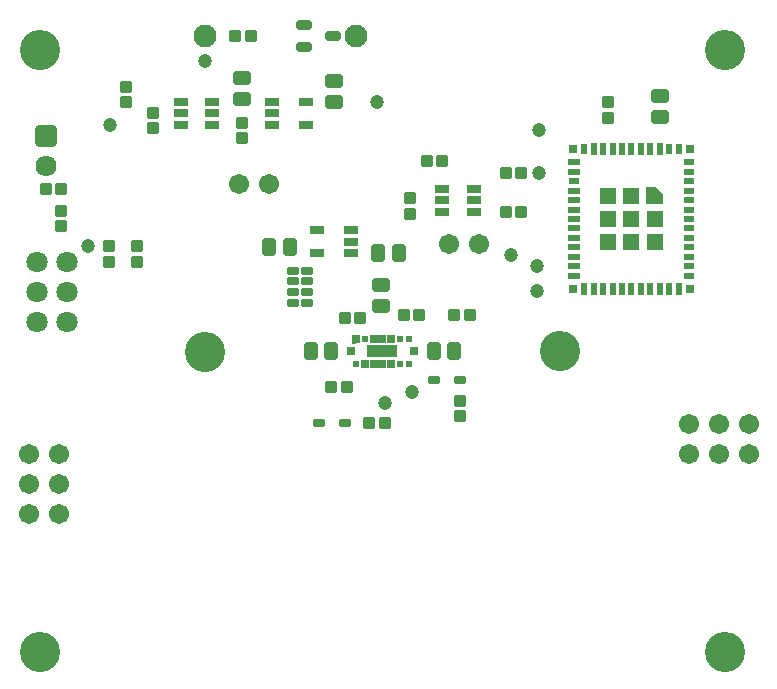
<source format=gbr>
%TF.GenerationSoftware,Altium Limited,Altium Designer,20.1.8 (145)*%
G04 Layer_Color=39423*
%FSLAX45Y45*%
%MOMM*%
%TF.SameCoordinates,F34F671C-B0F6-4AC1-94B4-1D61ADA518EE*%
%TF.FilePolarity,Negative*%
%TF.FileFunction,Soldermask,Top*%
%TF.Part,Single*%
G01*
G75*
%TA.AperFunction,BGAPad,CuDef*%
%ADD18R,1.45000X1.45000*%
%TA.AperFunction,SMDPad,CuDef*%
%ADD22R,2.50000X1.00000*%
%TA.AperFunction,BGAPad,CuDef*%
%ADD23R,0.50000X0.50000*%
%TA.AperFunction,ComponentPad*%
G04:AMPARAMS|DCode=47|XSize=1.7832mm|YSize=1.7832mm|CornerRadius=0.2596mm|HoleSize=0mm|Usage=FLASHONLY|Rotation=0.000|XOffset=0mm|YOffset=0mm|HoleType=Round|Shape=RoundedRectangle|*
%AMROUNDEDRECTD47*
21,1,1.78320,1.26400,0,0,0.0*
21,1,1.26400,1.78320,0,0,0.0*
1,1,0.51920,0.63200,-0.63200*
1,1,0.51920,-0.63200,-0.63200*
1,1,0.51920,-0.63200,0.63200*
1,1,0.51920,0.63200,0.63200*
%
%ADD47ROUNDEDRECTD47*%
%ADD48C,1.78320*%
%ADD49C,3.40320*%
%ADD50C,1.95320*%
%ADD51C,1.70320*%
%ADD52C,1.80320*%
%TA.AperFunction,WasherPad*%
%ADD53C,3.40320*%
%TA.AperFunction,SMDPad,CuDef*%
G04:AMPARAMS|DCode=58|XSize=1.4782mm|YSize=1.1032mm|CornerRadius=0.1466mm|HoleSize=0mm|Usage=FLASHONLY|Rotation=270.000|XOffset=0mm|YOffset=0mm|HoleType=Round|Shape=RoundedRectangle|*
%AMROUNDEDRECTD58*
21,1,1.47820,0.81000,0,0,270.0*
21,1,1.18500,1.10320,0,0,270.0*
1,1,0.29320,-0.40500,-0.59250*
1,1,0.29320,-0.40500,0.59250*
1,1,0.29320,0.40500,0.59250*
1,1,0.29320,0.40500,-0.59250*
%
%ADD58ROUNDEDRECTD58*%
%ADD59C,1.20320*%
G04:AMPARAMS|DCode=60|XSize=0.632mm|YSize=0.932mm|CornerRadius=0.1mm|HoleSize=0mm|Usage=FLASHONLY|Rotation=90.000|XOffset=0mm|YOffset=0mm|HoleType=Round|Shape=RoundedRectangle|*
%AMROUNDEDRECTD60*
21,1,0.63200,0.73200,0,0,90.0*
21,1,0.43200,0.93200,0,0,90.0*
1,1,0.20000,0.36600,0.21600*
1,1,0.20000,0.36600,-0.21600*
1,1,0.20000,-0.36600,-0.21600*
1,1,0.20000,-0.36600,0.21600*
%
%ADD60ROUNDEDRECTD60*%
G04:AMPARAMS|DCode=61|XSize=1.0512mm|YSize=1.0512mm|CornerRadius=0.15248mm|HoleSize=0mm|Usage=FLASHONLY|Rotation=180.000|XOffset=0mm|YOffset=0mm|HoleType=Round|Shape=RoundedRectangle|*
%AMROUNDEDRECTD61*
21,1,1.05120,0.74624,0,0,180.0*
21,1,0.74624,1.05120,0,0,180.0*
1,1,0.30496,-0.37312,0.37312*
1,1,0.30496,0.37312,0.37312*
1,1,0.30496,0.37312,-0.37312*
1,1,0.30496,-0.37312,-0.37312*
%
%ADD61ROUNDEDRECTD61*%
G04:AMPARAMS|DCode=62|XSize=1.0512mm|YSize=1.0512mm|CornerRadius=0.144mm|HoleSize=0mm|Usage=FLASHONLY|Rotation=0.000|XOffset=0mm|YOffset=0mm|HoleType=Round|Shape=RoundedRectangle|*
%AMROUNDEDRECTD62*
21,1,1.05120,0.76320,0,0,0.0*
21,1,0.76320,1.05120,0,0,0.0*
1,1,0.28800,0.38160,-0.38160*
1,1,0.28800,-0.38160,-0.38160*
1,1,0.28800,-0.38160,0.38160*
1,1,0.28800,0.38160,0.38160*
%
%ADD62ROUNDEDRECTD62*%
G04:AMPARAMS|DCode=63|XSize=1.0512mm|YSize=1.0512mm|CornerRadius=0.15248mm|HoleSize=0mm|Usage=FLASHONLY|Rotation=90.000|XOffset=0mm|YOffset=0mm|HoleType=Round|Shape=RoundedRectangle|*
%AMROUNDEDRECTD63*
21,1,1.05120,0.74624,0,0,90.0*
21,1,0.74624,1.05120,0,0,90.0*
1,1,0.30496,0.37312,0.37312*
1,1,0.30496,0.37312,-0.37312*
1,1,0.30496,-0.37312,-0.37312*
1,1,0.30496,-0.37312,0.37312*
%
%ADD63ROUNDEDRECTD63*%
%TA.AperFunction,ConnectorPad*%
%ADD64R,1.00320X0.60320*%
%TA.AperFunction,SMDPad,CuDef*%
%ADD65R,0.80000X0.80000*%
%TA.AperFunction,ConnectorPad*%
%ADD66R,0.90000X0.50000*%
%ADD67R,0.60320X1.00320*%
%ADD68R,0.50000X0.90000*%
%TA.AperFunction,SMDPad,CuDef*%
G04:AMPARAMS|DCode=69|XSize=0.7032mm|YSize=1.0032mm|CornerRadius=0.1041mm|HoleSize=0mm|Usage=FLASHONLY|Rotation=90.000|XOffset=0mm|YOffset=0mm|HoleType=Round|Shape=RoundedRectangle|*
%AMROUNDEDRECTD69*
21,1,0.70320,0.79500,0,0,90.0*
21,1,0.49500,1.00320,0,0,90.0*
1,1,0.20820,0.39750,0.24750*
1,1,0.20820,0.39750,-0.24750*
1,1,0.20820,-0.39750,-0.24750*
1,1,0.20820,-0.39750,0.24750*
%
%ADD69ROUNDEDRECTD69*%
%TA.AperFunction,BGAPad,CuDef*%
%ADD70R,0.65240X0.65240*%
%ADD71R,0.65200X0.65200*%
%TA.AperFunction,SMDPad,CuDef*%
%ADD72R,0.35200X0.30200*%
G04:AMPARAMS|DCode=73|XSize=1.4782mm|YSize=1.1032mm|CornerRadius=0.1466mm|HoleSize=0mm|Usage=FLASHONLY|Rotation=0.000|XOffset=0mm|YOffset=0mm|HoleType=Round|Shape=RoundedRectangle|*
%AMROUNDEDRECTD73*
21,1,1.47820,0.81000,0,0,0.0*
21,1,1.18500,1.10320,0,0,0.0*
1,1,0.29320,0.59250,-0.40500*
1,1,0.29320,-0.59250,-0.40500*
1,1,0.29320,-0.59250,0.40500*
1,1,0.29320,0.59250,0.40500*
%
%ADD73ROUNDEDRECTD73*%
G04:AMPARAMS|DCode=74|XSize=0.7032mm|YSize=1.2532mm|CornerRadius=0.1266mm|HoleSize=0mm|Usage=FLASHONLY|Rotation=270.000|XOffset=0mm|YOffset=0mm|HoleType=Round|Shape=RoundedRectangle|*
%AMROUNDEDRECTD74*
21,1,0.70320,1.00000,0,0,270.0*
21,1,0.45000,1.25320,0,0,270.0*
1,1,0.25320,-0.50000,-0.22500*
1,1,0.25320,-0.50000,0.22500*
1,1,0.25320,0.50000,0.22500*
1,1,0.25320,0.50000,-0.22500*
%
%ADD74ROUNDEDRECTD74*%
G04:AMPARAMS|DCode=75|XSize=0.8032mm|YSize=1.3032mm|CornerRadius=0.1316mm|HoleSize=0mm|Usage=FLASHONLY|Rotation=90.000|XOffset=0mm|YOffset=0mm|HoleType=Round|Shape=RoundedRectangle|*
%AMROUNDEDRECTD75*
21,1,0.80320,1.04000,0,0,90.0*
21,1,0.54000,1.30320,0,0,90.0*
1,1,0.26320,0.52000,0.27000*
1,1,0.26320,0.52000,-0.27000*
1,1,0.26320,-0.52000,-0.27000*
1,1,0.26320,-0.52000,0.27000*
%
%ADD75ROUNDEDRECTD75*%
G36*
X5628000Y4230600D02*
Y4145600D01*
X5483000D01*
Y4290600D01*
X5568000D01*
X5628000Y4230600D01*
D02*
G37*
D18*
X5358000Y3823100D02*
D03*
X5160500D02*
D03*
Y4020600D02*
D03*
Y4218100D02*
D03*
X5358000D02*
D03*
X5555500Y4020600D02*
D03*
Y3823100D02*
D03*
X5358000Y4020600D02*
D03*
D22*
X3250000Y2900000D02*
D03*
D23*
X3475000Y2795000D02*
D03*
X3400000Y3005000D02*
D03*
X3475000D02*
D03*
X3100000D02*
D03*
X3025000Y2795000D02*
D03*
X3400000D02*
D03*
D47*
X400000Y4727000D02*
D03*
D48*
Y4473000D02*
D03*
D49*
X4750000Y2900000D02*
D03*
X1747500Y2897500D02*
D03*
D50*
X3030000Y5570000D02*
D03*
X1750000D02*
D03*
D51*
X3810000Y3810000D02*
D03*
X4064000D02*
D03*
X6096000Y2286000D02*
D03*
X2032000Y4318000D02*
D03*
X6350000Y2286000D02*
D03*
X508000Y1778000D02*
D03*
Y2032000D02*
D03*
X254000D02*
D03*
X6096000D02*
D03*
X5842000Y2286000D02*
D03*
Y2032000D02*
D03*
X254000Y1524000D02*
D03*
Y1778000D02*
D03*
X6350000Y2032000D02*
D03*
X508000Y1524000D02*
D03*
X2286000Y4318000D02*
D03*
D52*
X577801Y3658025D02*
D03*
Y3404025D02*
D03*
Y3150025D02*
D03*
X323801D02*
D03*
Y3404025D02*
D03*
Y3658025D02*
D03*
D53*
X6150000Y350000D02*
D03*
Y5450000D02*
D03*
X350000Y350000D02*
D03*
Y5450000D02*
D03*
D58*
X3213180Y3734463D02*
D03*
X3388420D02*
D03*
X2468812Y3785263D02*
D03*
X2293572D02*
D03*
X2643551Y2900000D02*
D03*
X2818791D02*
D03*
X3858320Y2900000D02*
D03*
X3683080D02*
D03*
D59*
X945576Y4819237D02*
D03*
X4577554Y4777961D02*
D03*
X4336782Y3714054D02*
D03*
X4555606Y3620600D02*
D03*
Y3408239D02*
D03*
X3500000Y2558018D02*
D03*
X3268650Y2465330D02*
D03*
X1750000Y5356860D02*
D03*
X759460Y3788025D02*
D03*
X4577554Y4412980D02*
D03*
X3202198Y5009237D02*
D03*
D60*
X2614211Y3311400D02*
D03*
Y3401400D02*
D03*
Y3491400D02*
D03*
Y3581400D02*
D03*
X2494212D02*
D03*
Y3491400D02*
D03*
Y3401400D02*
D03*
Y3311400D02*
D03*
D61*
X935385Y3788025D02*
D03*
Y3658025D02*
D03*
X2060184Y4701937D02*
D03*
Y4831937D02*
D03*
X3903080Y2352905D02*
D03*
Y2482905D02*
D03*
X3481215Y4195798D02*
D03*
Y4065798D02*
D03*
X5159920Y4879237D02*
D03*
Y5009237D02*
D03*
X1310640Y4791480D02*
D03*
Y4921480D02*
D03*
X1077514Y5139237D02*
D03*
Y5009237D02*
D03*
D62*
X530000Y4087321D02*
D03*
Y3957321D02*
D03*
X1170940Y3658025D02*
D03*
Y3788026D02*
D03*
D63*
X3628119Y4514250D02*
D03*
X3758119D02*
D03*
X3138650Y2288991D02*
D03*
X3268650D02*
D03*
X2948791Y2595330D02*
D03*
X2818791D02*
D03*
X2929560Y3177900D02*
D03*
X3059560D02*
D03*
X3561180Y3203300D02*
D03*
X3431180D02*
D03*
X2134166Y5570000D02*
D03*
X2004166D02*
D03*
X4427441Y4083298D02*
D03*
X4297441D02*
D03*
Y4412980D02*
D03*
X4427441D02*
D03*
X530000Y4272280D02*
D03*
X400000D02*
D03*
X3858320Y3203300D02*
D03*
X3988320D02*
D03*
D64*
X4868000Y3700600D02*
D03*
Y3540600D02*
D03*
Y3620600D02*
D03*
Y3780600D02*
D03*
Y3860600D02*
D03*
Y3940600D02*
D03*
Y4020600D02*
D03*
Y4100600D02*
D03*
Y4180600D02*
D03*
Y4260600D02*
D03*
Y4420600D02*
D03*
Y4500600D02*
D03*
D65*
X5853000Y3425600D02*
D03*
X4863000D02*
D03*
Y4615600D02*
D03*
X5853000D02*
D03*
D66*
X5848000Y4500600D02*
D03*
Y4420600D02*
D03*
Y4340600D02*
D03*
Y4260600D02*
D03*
Y4180600D02*
D03*
Y4100600D02*
D03*
Y4020600D02*
D03*
Y3940600D02*
D03*
Y3860600D02*
D03*
Y3780600D02*
D03*
Y3700600D02*
D03*
Y3620600D02*
D03*
Y3540600D02*
D03*
X4868000Y4340600D02*
D03*
D67*
X5758000Y3430600D02*
D03*
X5678000D02*
D03*
X5598000D02*
D03*
X5518000D02*
D03*
X5438000D02*
D03*
X5358000D02*
D03*
X5278000D02*
D03*
X5198000D02*
D03*
X5118000D02*
D03*
X5038000D02*
D03*
X4958000D02*
D03*
X5038000Y4610600D02*
D03*
X5118000D02*
D03*
X5198000D02*
D03*
X5278000D02*
D03*
X5358000D02*
D03*
X5438000D02*
D03*
X5518000D02*
D03*
X5598000D02*
D03*
D68*
X4958000D02*
D03*
X5678000D02*
D03*
X5758000D02*
D03*
D69*
X2929813Y2288991D02*
D03*
X2709813D02*
D03*
X3903080Y2656321D02*
D03*
X3683080D02*
D03*
D70*
X2985000Y2900000D02*
D03*
X3515000D02*
D03*
D71*
X3325000Y3005000D02*
D03*
Y2795000D02*
D03*
X3250000Y3005000D02*
D03*
Y2795000D02*
D03*
X3175000Y3005000D02*
D03*
Y2795000D02*
D03*
X3025000Y3005000D02*
D03*
X3100000Y2795000D02*
D03*
D72*
X3010000Y2975000D02*
D03*
D73*
X3239840Y3460117D02*
D03*
Y3284877D02*
D03*
X2060183Y5034637D02*
D03*
Y5209877D02*
D03*
X2841629Y5009237D02*
D03*
Y5184477D02*
D03*
X5598000Y4884654D02*
D03*
Y5059894D02*
D03*
D74*
X2984898Y3734463D02*
D03*
Y3829463D02*
D03*
Y3924463D02*
D03*
X2694898D02*
D03*
Y3734463D02*
D03*
X3758119Y4273298D02*
D03*
Y4178297D02*
D03*
Y4083298D02*
D03*
X4023119D02*
D03*
Y4178297D02*
D03*
Y4273298D02*
D03*
X1540627Y5009237D02*
D03*
Y4914237D02*
D03*
Y4819237D02*
D03*
X1805627D02*
D03*
Y4914237D02*
D03*
Y5009237D02*
D03*
X2604740D02*
D03*
Y4819237D02*
D03*
X2314740D02*
D03*
Y4914237D02*
D03*
Y5009237D02*
D03*
D75*
X2583573Y5475000D02*
D03*
Y5665000D02*
D03*
X2833573Y5570000D02*
D03*
%TF.MD5,0000618b7ece7541788490b89922a616*%
M02*

</source>
